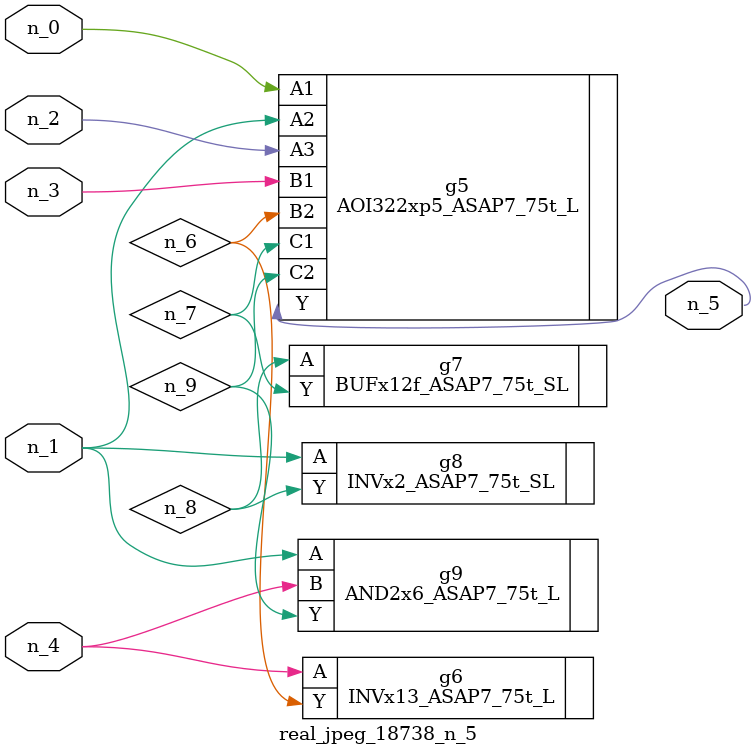
<source format=v>
module real_jpeg_18738_n_5 (n_4, n_0, n_1, n_2, n_3, n_5);

input n_4;
input n_0;
input n_1;
input n_2;
input n_3;

output n_5;

wire n_8;
wire n_6;
wire n_7;
wire n_9;

AOI322xp5_ASAP7_75t_L g5 ( 
.A1(n_0),
.A2(n_1),
.A3(n_2),
.B1(n_3),
.B2(n_6),
.C1(n_7),
.C2(n_9),
.Y(n_5)
);

INVx2_ASAP7_75t_SL g8 ( 
.A(n_1),
.Y(n_8)
);

AND2x6_ASAP7_75t_L g9 ( 
.A(n_1),
.B(n_4),
.Y(n_9)
);

INVx13_ASAP7_75t_L g6 ( 
.A(n_4),
.Y(n_6)
);

BUFx12f_ASAP7_75t_SL g7 ( 
.A(n_8),
.Y(n_7)
);


endmodule
</source>
